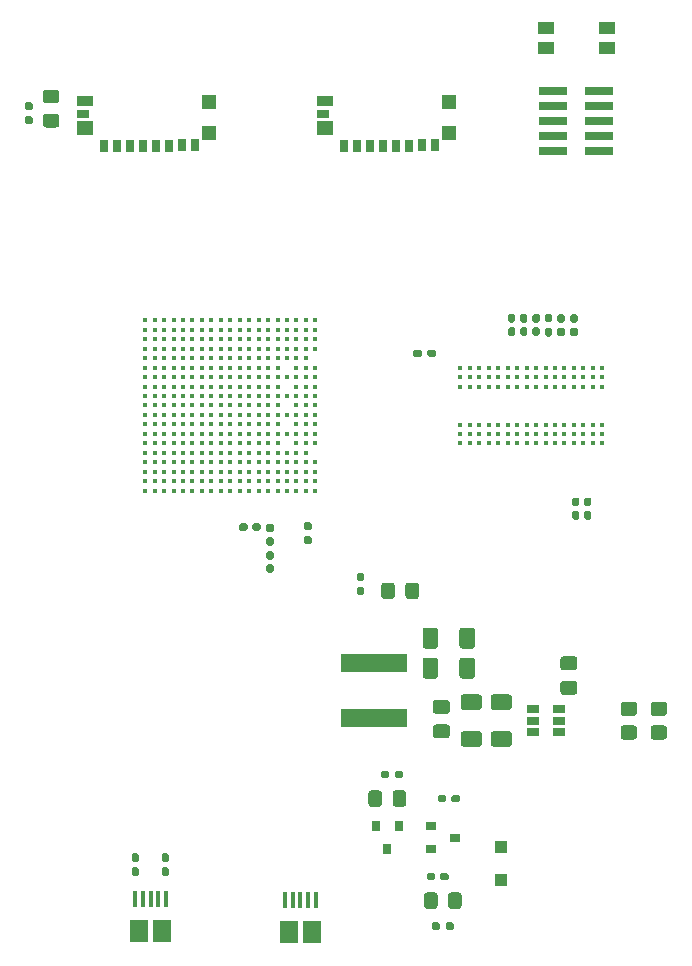
<source format=gbr>
%TF.GenerationSoftware,KiCad,Pcbnew,(5.1.8-0-10_14)*%
%TF.CreationDate,2020-12-08T12:39:33+00:00*%
%TF.ProjectId,STM32MP1_TestBoard,53544d33-324d-4503-915f-54657374426f,rev?*%
%TF.SameCoordinates,Original*%
%TF.FileFunction,Paste,Top*%
%TF.FilePolarity,Positive*%
%FSLAX46Y46*%
G04 Gerber Fmt 4.6, Leading zero omitted, Abs format (unit mm)*
G04 Created by KiCad (PCBNEW (5.1.8-0-10_14)) date 2020-12-08 12:39:33*
%MOMM*%
%LPD*%
G01*
G04 APERTURE LIST*
%ADD10C,0.400000*%
%ADD11R,1.100000X1.100000*%
%ADD12R,1.500000X1.900000*%
%ADD13R,0.400000X1.350000*%
%ADD14R,1.060000X0.650000*%
%ADD15R,0.900000X0.800000*%
%ADD16R,1.450000X1.000000*%
%ADD17R,0.800000X0.900000*%
%ADD18R,5.700000X1.600000*%
%ADD19R,1.000000X0.700000*%
%ADD20R,1.400000X0.900000*%
%ADD21R,1.400000X1.200000*%
%ADD22R,1.200000X1.150000*%
%ADD23R,0.700000X1.000000*%
%ADD24R,2.400000X0.740000*%
G04 APERTURE END LIST*
D10*
%TO.C,U1*%
X167131000Y-110057000D03*
X167131000Y-109257000D03*
X167131000Y-108457000D03*
X167131000Y-107657000D03*
X167131000Y-106057000D03*
X167131000Y-105257000D03*
X167131000Y-104457000D03*
X167131000Y-103657000D03*
X167131000Y-102857000D03*
X167131000Y-102057000D03*
X167131000Y-101257000D03*
X167131000Y-100457000D03*
X167131000Y-99657000D03*
X167131000Y-98057000D03*
X167131000Y-97257000D03*
X167131000Y-96457000D03*
X167131000Y-95657000D03*
X166331000Y-110057000D03*
X166331000Y-109257000D03*
X166331000Y-108457000D03*
X166331000Y-107657000D03*
X166331000Y-106857000D03*
X166331000Y-106057000D03*
X166331000Y-105257000D03*
X166331000Y-104457000D03*
X166331000Y-103657000D03*
X166331000Y-102857000D03*
X166331000Y-102057000D03*
X166331000Y-101257000D03*
X166331000Y-100457000D03*
X166331000Y-99657000D03*
X166331000Y-98857000D03*
X166331000Y-98057000D03*
X166331000Y-97257000D03*
X166331000Y-96457000D03*
X166331000Y-95657000D03*
X165531000Y-110057000D03*
X165531000Y-109257000D03*
X165531000Y-108457000D03*
X165531000Y-107657000D03*
X165531000Y-106857000D03*
X165531000Y-106057000D03*
X165531000Y-105257000D03*
X165531000Y-104457000D03*
X165531000Y-103657000D03*
X165531000Y-102857000D03*
X165531000Y-102057000D03*
X165531000Y-101257000D03*
X165531000Y-100457000D03*
X165531000Y-99657000D03*
X165531000Y-98857000D03*
X165531000Y-98057000D03*
X165531000Y-97257000D03*
X165531000Y-96457000D03*
X165531000Y-95657000D03*
X164731000Y-110057000D03*
X164731000Y-109257000D03*
X164731000Y-108457000D03*
X164731000Y-107657000D03*
X164731000Y-106857000D03*
X164731000Y-105257000D03*
X164731000Y-103657000D03*
X164731000Y-102057000D03*
X164731000Y-100457000D03*
X164731000Y-98857000D03*
X164731000Y-98057000D03*
X164731000Y-97257000D03*
X164731000Y-96457000D03*
X164731000Y-95657000D03*
X163931000Y-110057000D03*
X163931000Y-109257000D03*
X163931000Y-108457000D03*
X163931000Y-107657000D03*
X163931000Y-106857000D03*
X163931000Y-106057000D03*
X163931000Y-105257000D03*
X163931000Y-104457000D03*
X163931000Y-103657000D03*
X163931000Y-102857000D03*
X163931000Y-102057000D03*
X163931000Y-101257000D03*
X163931000Y-100457000D03*
X163931000Y-99657000D03*
X163931000Y-98857000D03*
X163931000Y-98057000D03*
X163931000Y-97257000D03*
X163931000Y-96457000D03*
X163931000Y-95657000D03*
X163131000Y-110057000D03*
X163131000Y-109257000D03*
X163131000Y-108457000D03*
X163131000Y-107657000D03*
X163131000Y-106857000D03*
X163131000Y-106057000D03*
X163131000Y-105257000D03*
X163131000Y-104457000D03*
X163131000Y-103657000D03*
X163131000Y-102857000D03*
X163131000Y-102057000D03*
X163131000Y-101257000D03*
X163131000Y-100457000D03*
X163131000Y-99657000D03*
X163131000Y-98857000D03*
X163131000Y-98057000D03*
X163131000Y-97257000D03*
X163131000Y-96457000D03*
X163131000Y-95657000D03*
X162331000Y-110057000D03*
X162331000Y-109257000D03*
X162331000Y-108457000D03*
X162331000Y-107657000D03*
X162331000Y-106857000D03*
X162331000Y-106057000D03*
X162331000Y-105257000D03*
X162331000Y-104457000D03*
X162331000Y-103657000D03*
X162331000Y-102857000D03*
X162331000Y-102057000D03*
X162331000Y-101257000D03*
X162331000Y-100457000D03*
X162331000Y-99657000D03*
X162331000Y-98857000D03*
X162331000Y-98057000D03*
X162331000Y-97257000D03*
X162331000Y-96457000D03*
X162331000Y-95657000D03*
X161531000Y-110057000D03*
X161531000Y-109257000D03*
X161531000Y-108457000D03*
X161531000Y-107657000D03*
X161531000Y-106857000D03*
X161531000Y-106057000D03*
X161531000Y-105257000D03*
X161531000Y-104457000D03*
X161531000Y-103657000D03*
X161531000Y-102857000D03*
X161531000Y-102057000D03*
X161531000Y-101257000D03*
X161531000Y-100457000D03*
X161531000Y-99657000D03*
X161531000Y-98857000D03*
X161531000Y-98057000D03*
X161531000Y-97257000D03*
X161531000Y-96457000D03*
X161531000Y-95657000D03*
X160731000Y-110057000D03*
X160731000Y-109257000D03*
X160731000Y-108457000D03*
X160731000Y-107657000D03*
X160731000Y-106857000D03*
X160731000Y-106057000D03*
X160731000Y-105257000D03*
X160731000Y-104457000D03*
X160731000Y-103657000D03*
X160731000Y-102857000D03*
X160731000Y-102057000D03*
X160731000Y-101257000D03*
X160731000Y-100457000D03*
X160731000Y-99657000D03*
X160731000Y-98857000D03*
X160731000Y-98057000D03*
X160731000Y-97257000D03*
X160731000Y-96457000D03*
X160731000Y-95657000D03*
X159931000Y-110057000D03*
X159931000Y-109257000D03*
X159931000Y-108457000D03*
X159931000Y-107657000D03*
X159931000Y-106857000D03*
X159931000Y-106057000D03*
X159931000Y-105257000D03*
X159931000Y-104457000D03*
X159931000Y-103657000D03*
X159931000Y-102857000D03*
X159931000Y-102057000D03*
X159931000Y-101257000D03*
X159931000Y-100457000D03*
X159931000Y-99657000D03*
X159931000Y-98857000D03*
X159931000Y-98057000D03*
X159931000Y-97257000D03*
X159931000Y-96457000D03*
X159931000Y-95657000D03*
X159131000Y-110057000D03*
X159131000Y-109257000D03*
X159131000Y-108457000D03*
X159131000Y-107657000D03*
X159131000Y-106857000D03*
X159131000Y-106057000D03*
X159131000Y-105257000D03*
X159131000Y-104457000D03*
X159131000Y-103657000D03*
X159131000Y-102857000D03*
X159131000Y-102057000D03*
X159131000Y-101257000D03*
X159131000Y-100457000D03*
X159131000Y-99657000D03*
X159131000Y-98857000D03*
X159131000Y-98057000D03*
X159131000Y-97257000D03*
X159131000Y-96457000D03*
X159131000Y-95657000D03*
X158331000Y-110057000D03*
X158331000Y-109257000D03*
X158331000Y-108457000D03*
X158331000Y-107657000D03*
X158331000Y-106857000D03*
X158331000Y-106057000D03*
X158331000Y-105257000D03*
X158331000Y-104457000D03*
X158331000Y-103657000D03*
X158331000Y-102857000D03*
X158331000Y-102057000D03*
X158331000Y-101257000D03*
X158331000Y-100457000D03*
X158331000Y-99657000D03*
X158331000Y-98857000D03*
X158331000Y-98057000D03*
X158331000Y-97257000D03*
X158331000Y-96457000D03*
X158331000Y-95657000D03*
X157531000Y-110057000D03*
X157531000Y-109257000D03*
X157531000Y-108457000D03*
X157531000Y-107657000D03*
X157531000Y-106857000D03*
X157531000Y-106057000D03*
X157531000Y-105257000D03*
X157531000Y-104457000D03*
X157531000Y-103657000D03*
X157531000Y-102857000D03*
X157531000Y-102057000D03*
X157531000Y-101257000D03*
X157531000Y-100457000D03*
X157531000Y-99657000D03*
X157531000Y-98857000D03*
X157531000Y-98057000D03*
X157531000Y-97257000D03*
X157531000Y-96457000D03*
X157531000Y-95657000D03*
X156731000Y-110057000D03*
X156731000Y-109257000D03*
X156731000Y-108457000D03*
X156731000Y-107657000D03*
X156731000Y-106857000D03*
X156731000Y-106057000D03*
X156731000Y-105257000D03*
X156731000Y-104457000D03*
X156731000Y-103657000D03*
X156731000Y-102857000D03*
X156731000Y-102057000D03*
X156731000Y-101257000D03*
X156731000Y-100457000D03*
X156731000Y-99657000D03*
X156731000Y-98857000D03*
X156731000Y-98057000D03*
X156731000Y-97257000D03*
X156731000Y-96457000D03*
X156731000Y-95657000D03*
X155931000Y-110057000D03*
X155931000Y-109257000D03*
X155931000Y-108457000D03*
X155931000Y-107657000D03*
X155931000Y-106857000D03*
X155931000Y-106057000D03*
X155931000Y-105257000D03*
X155931000Y-104457000D03*
X155931000Y-103657000D03*
X155931000Y-102857000D03*
X155931000Y-102057000D03*
X155931000Y-101257000D03*
X155931000Y-100457000D03*
X155931000Y-99657000D03*
X155931000Y-98857000D03*
X155931000Y-98057000D03*
X155931000Y-97257000D03*
X155931000Y-96457000D03*
X155931000Y-95657000D03*
X155131000Y-110057000D03*
X155131000Y-109257000D03*
X155131000Y-108457000D03*
X155131000Y-107657000D03*
X155131000Y-106857000D03*
X155131000Y-106057000D03*
X155131000Y-105257000D03*
X155131000Y-104457000D03*
X155131000Y-103657000D03*
X155131000Y-102857000D03*
X155131000Y-102057000D03*
X155131000Y-101257000D03*
X155131000Y-100457000D03*
X155131000Y-99657000D03*
X155131000Y-98857000D03*
X155131000Y-98057000D03*
X155131000Y-97257000D03*
X155131000Y-96457000D03*
X155131000Y-95657000D03*
X154331000Y-110057000D03*
X154331000Y-109257000D03*
X154331000Y-108457000D03*
X154331000Y-107657000D03*
X154331000Y-106857000D03*
X154331000Y-106057000D03*
X154331000Y-105257000D03*
X154331000Y-104457000D03*
X154331000Y-103657000D03*
X154331000Y-102857000D03*
X154331000Y-102057000D03*
X154331000Y-101257000D03*
X154331000Y-100457000D03*
X154331000Y-99657000D03*
X154331000Y-98857000D03*
X154331000Y-98057000D03*
X154331000Y-97257000D03*
X154331000Y-96457000D03*
X154331000Y-95657000D03*
X153531000Y-110057000D03*
X153531000Y-109257000D03*
X153531000Y-108457000D03*
X153531000Y-107657000D03*
X153531000Y-106857000D03*
X153531000Y-106057000D03*
X153531000Y-105257000D03*
X153531000Y-104457000D03*
X153531000Y-103657000D03*
X153531000Y-102857000D03*
X153531000Y-102057000D03*
X153531000Y-101257000D03*
X153531000Y-100457000D03*
X153531000Y-99657000D03*
X153531000Y-98857000D03*
X153531000Y-98057000D03*
X153531000Y-97257000D03*
X153531000Y-96457000D03*
X153531000Y-95657000D03*
X152731000Y-110057000D03*
X152731000Y-109257000D03*
X152731000Y-108457000D03*
X152731000Y-107657000D03*
X152731000Y-106857000D03*
X152731000Y-106057000D03*
X152731000Y-105257000D03*
X152731000Y-104457000D03*
X152731000Y-103657000D03*
X152731000Y-102857000D03*
X152731000Y-102057000D03*
X152731000Y-101257000D03*
X152731000Y-100457000D03*
X152731000Y-99657000D03*
X152731000Y-98857000D03*
X152731000Y-98057000D03*
X152731000Y-97257000D03*
X152731000Y-96457000D03*
X152731000Y-95657000D03*
%TD*%
%TO.C,R20*%
G36*
G01*
X171102000Y-117743000D02*
X170782000Y-117743000D01*
G75*
G02*
X170622000Y-117583000I0J160000D01*
G01*
X170622000Y-117188000D01*
G75*
G02*
X170782000Y-117028000I160000J0D01*
G01*
X171102000Y-117028000D01*
G75*
G02*
X171262000Y-117188000I0J-160000D01*
G01*
X171262000Y-117583000D01*
G75*
G02*
X171102000Y-117743000I-160000J0D01*
G01*
G37*
G36*
G01*
X171102000Y-118938000D02*
X170782000Y-118938000D01*
G75*
G02*
X170622000Y-118778000I0J160000D01*
G01*
X170622000Y-118383000D01*
G75*
G02*
X170782000Y-118223000I160000J0D01*
G01*
X171102000Y-118223000D01*
G75*
G02*
X171262000Y-118383000I0J-160000D01*
G01*
X171262000Y-118778000D01*
G75*
G02*
X171102000Y-118938000I-160000J0D01*
G01*
G37*
%TD*%
%TO.C,R19*%
G36*
G01*
X177687000Y-146779000D02*
X177687000Y-147099000D01*
G75*
G02*
X177527000Y-147259000I-160000J0D01*
G01*
X177132000Y-147259000D01*
G75*
G02*
X176972000Y-147099000I0J160000D01*
G01*
X176972000Y-146779000D01*
G75*
G02*
X177132000Y-146619000I160000J0D01*
G01*
X177527000Y-146619000D01*
G75*
G02*
X177687000Y-146779000I0J-160000D01*
G01*
G37*
G36*
G01*
X178882000Y-146779000D02*
X178882000Y-147099000D01*
G75*
G02*
X178722000Y-147259000I-160000J0D01*
G01*
X178327000Y-147259000D01*
G75*
G02*
X178167000Y-147099000I0J160000D01*
G01*
X178167000Y-146779000D01*
G75*
G02*
X178327000Y-146619000I160000J0D01*
G01*
X178722000Y-146619000D01*
G75*
G02*
X178882000Y-146779000I0J-160000D01*
G01*
G37*
%TD*%
%TO.C,R18*%
G36*
G01*
X173369000Y-133952000D02*
X173369000Y-134272000D01*
G75*
G02*
X173209000Y-134432000I-160000J0D01*
G01*
X172814000Y-134432000D01*
G75*
G02*
X172654000Y-134272000I0J160000D01*
G01*
X172654000Y-133952000D01*
G75*
G02*
X172814000Y-133792000I160000J0D01*
G01*
X173209000Y-133792000D01*
G75*
G02*
X173369000Y-133952000I0J-160000D01*
G01*
G37*
G36*
G01*
X174564000Y-133952000D02*
X174564000Y-134272000D01*
G75*
G02*
X174404000Y-134432000I-160000J0D01*
G01*
X174009000Y-134432000D01*
G75*
G02*
X173849000Y-134272000I0J160000D01*
G01*
X173849000Y-133952000D01*
G75*
G02*
X174009000Y-133792000I160000J0D01*
G01*
X174404000Y-133792000D01*
G75*
G02*
X174564000Y-133952000I0J-160000D01*
G01*
G37*
%TD*%
%TO.C,D5*%
G36*
G01*
X174757500Y-119004501D02*
X174757500Y-118104499D01*
G75*
G02*
X175007499Y-117854500I249999J0D01*
G01*
X175657501Y-117854500D01*
G75*
G02*
X175907500Y-118104499I0J-249999D01*
G01*
X175907500Y-119004501D01*
G75*
G02*
X175657501Y-119254500I-249999J0D01*
G01*
X175007499Y-119254500D01*
G75*
G02*
X174757500Y-119004501I0J249999D01*
G01*
G37*
G36*
G01*
X172707500Y-119004501D02*
X172707500Y-118104499D01*
G75*
G02*
X172957499Y-117854500I249999J0D01*
G01*
X173607501Y-117854500D01*
G75*
G02*
X173857500Y-118104499I0J-249999D01*
G01*
X173857500Y-119004501D01*
G75*
G02*
X173607501Y-119254500I-249999J0D01*
G01*
X172957499Y-119254500D01*
G75*
G02*
X172707500Y-119004501I0J249999D01*
G01*
G37*
%TD*%
%TO.C,D4*%
G36*
G01*
X177477000Y-144329999D02*
X177477000Y-145230001D01*
G75*
G02*
X177227001Y-145480000I-249999J0D01*
G01*
X176576999Y-145480000D01*
G75*
G02*
X176327000Y-145230001I0J249999D01*
G01*
X176327000Y-144329999D01*
G75*
G02*
X176576999Y-144080000I249999J0D01*
G01*
X177227001Y-144080000D01*
G75*
G02*
X177477000Y-144329999I0J-249999D01*
G01*
G37*
G36*
G01*
X179527000Y-144329999D02*
X179527000Y-145230001D01*
G75*
G02*
X179277001Y-145480000I-249999J0D01*
G01*
X178626999Y-145480000D01*
G75*
G02*
X178377000Y-145230001I0J249999D01*
G01*
X178377000Y-144329999D01*
G75*
G02*
X178626999Y-144080000I249999J0D01*
G01*
X179277001Y-144080000D01*
G75*
G02*
X179527000Y-144329999I0J-249999D01*
G01*
G37*
%TD*%
%TO.C,D3*%
G36*
G01*
X172778000Y-135693999D02*
X172778000Y-136594001D01*
G75*
G02*
X172528001Y-136844000I-249999J0D01*
G01*
X171877999Y-136844000D01*
G75*
G02*
X171628000Y-136594001I0J249999D01*
G01*
X171628000Y-135693999D01*
G75*
G02*
X171877999Y-135444000I249999J0D01*
G01*
X172528001Y-135444000D01*
G75*
G02*
X172778000Y-135693999I0J-249999D01*
G01*
G37*
G36*
G01*
X174828000Y-135693999D02*
X174828000Y-136594001D01*
G75*
G02*
X174578001Y-136844000I-249999J0D01*
G01*
X173927999Y-136844000D01*
G75*
G02*
X173678000Y-136594001I0J249999D01*
G01*
X173678000Y-135693999D01*
G75*
G02*
X173927999Y-135444000I249999J0D01*
G01*
X174578001Y-135444000D01*
G75*
G02*
X174828000Y-135693999I0J-249999D01*
G01*
G37*
%TD*%
D11*
%TO.C,D2*%
X182880000Y-143005000D03*
X182880000Y-140205000D03*
%TD*%
%TO.C,C57*%
G36*
G01*
X185981400Y-96972400D02*
X185671400Y-96972400D01*
G75*
G02*
X185516400Y-96817400I0J155000D01*
G01*
X185516400Y-96392400D01*
G75*
G02*
X185671400Y-96237400I155000J0D01*
G01*
X185981400Y-96237400D01*
G75*
G02*
X186136400Y-96392400I0J-155000D01*
G01*
X186136400Y-96817400D01*
G75*
G02*
X185981400Y-96972400I-155000J0D01*
G01*
G37*
G36*
G01*
X185981400Y-95837400D02*
X185671400Y-95837400D01*
G75*
G02*
X185516400Y-95682400I0J155000D01*
G01*
X185516400Y-95257400D01*
G75*
G02*
X185671400Y-95102400I155000J0D01*
G01*
X185981400Y-95102400D01*
G75*
G02*
X186136400Y-95257400I0J-155000D01*
G01*
X186136400Y-95682400D01*
G75*
G02*
X185981400Y-95837400I-155000J0D01*
G01*
G37*
%TD*%
%TO.C,C40*%
G36*
G01*
X189024200Y-110647200D02*
X189334200Y-110647200D01*
G75*
G02*
X189489200Y-110802200I0J-155000D01*
G01*
X189489200Y-111227200D01*
G75*
G02*
X189334200Y-111382200I-155000J0D01*
G01*
X189024200Y-111382200D01*
G75*
G02*
X188869200Y-111227200I0J155000D01*
G01*
X188869200Y-110802200D01*
G75*
G02*
X189024200Y-110647200I155000J0D01*
G01*
G37*
G36*
G01*
X189024200Y-111782200D02*
X189334200Y-111782200D01*
G75*
G02*
X189489200Y-111937200I0J-155000D01*
G01*
X189489200Y-112362200D01*
G75*
G02*
X189334200Y-112517200I-155000J0D01*
G01*
X189024200Y-112517200D01*
G75*
G02*
X188869200Y-112362200I0J155000D01*
G01*
X188869200Y-111937200D01*
G75*
G02*
X189024200Y-111782200I155000J0D01*
G01*
G37*
%TD*%
%TO.C,R15*%
G36*
G01*
X175422600Y-98610400D02*
X175422600Y-98290400D01*
G75*
G02*
X175582600Y-98130400I160000J0D01*
G01*
X175977600Y-98130400D01*
G75*
G02*
X176137600Y-98290400I0J-160000D01*
G01*
X176137600Y-98610400D01*
G75*
G02*
X175977600Y-98770400I-160000J0D01*
G01*
X175582600Y-98770400D01*
G75*
G02*
X175422600Y-98610400I0J160000D01*
G01*
G37*
G36*
G01*
X176617600Y-98610400D02*
X176617600Y-98290400D01*
G75*
G02*
X176777600Y-98130400I160000J0D01*
G01*
X177172600Y-98130400D01*
G75*
G02*
X177332600Y-98290400I0J-160000D01*
G01*
X177332600Y-98610400D01*
G75*
G02*
X177172600Y-98770400I-160000J0D01*
G01*
X176777600Y-98770400D01*
G75*
G02*
X176617600Y-98610400I0J160000D01*
G01*
G37*
%TD*%
%TO.C,C62*%
G36*
G01*
X183898600Y-96972400D02*
X183588600Y-96972400D01*
G75*
G02*
X183433600Y-96817400I0J155000D01*
G01*
X183433600Y-96392400D01*
G75*
G02*
X183588600Y-96237400I155000J0D01*
G01*
X183898600Y-96237400D01*
G75*
G02*
X184053600Y-96392400I0J-155000D01*
G01*
X184053600Y-96817400D01*
G75*
G02*
X183898600Y-96972400I-155000J0D01*
G01*
G37*
G36*
G01*
X183898600Y-95837400D02*
X183588600Y-95837400D01*
G75*
G02*
X183433600Y-95682400I0J155000D01*
G01*
X183433600Y-95257400D01*
G75*
G02*
X183588600Y-95102400I155000J0D01*
G01*
X183898600Y-95102400D01*
G75*
G02*
X184053600Y-95257400I0J-155000D01*
G01*
X184053600Y-95682400D01*
G75*
G02*
X183898600Y-95837400I-155000J0D01*
G01*
G37*
%TD*%
D10*
%TO.C,U2*%
X191420000Y-99670000D03*
X191420000Y-100470000D03*
X191420000Y-101270000D03*
X191420000Y-104470000D03*
X191420000Y-105270000D03*
X191420000Y-106070000D03*
X190620000Y-99670000D03*
X190620000Y-100470000D03*
X190620000Y-101270000D03*
X190620000Y-104470000D03*
X190620000Y-105270000D03*
X190620000Y-106070000D03*
X189820000Y-99670000D03*
X189820000Y-100470000D03*
X189820000Y-101270000D03*
X189820000Y-104470000D03*
X189820000Y-105270000D03*
X189820000Y-106070000D03*
X189020000Y-99670000D03*
X189020000Y-100470000D03*
X189020000Y-101270000D03*
X189020000Y-104470000D03*
X189020000Y-105270000D03*
X189020000Y-106070000D03*
X188220000Y-99670000D03*
X188220000Y-100470000D03*
X188220000Y-101270000D03*
X188220000Y-104470000D03*
X188220000Y-105270000D03*
X188220000Y-106070000D03*
X187420000Y-99670000D03*
X187420000Y-100470000D03*
X187420000Y-101270000D03*
X187420000Y-104470000D03*
X187420000Y-105270000D03*
X187420000Y-106070000D03*
X186620000Y-99670000D03*
X186620000Y-100470000D03*
X186620000Y-101270000D03*
X186620000Y-104470000D03*
X186620000Y-105270000D03*
X186620000Y-106070000D03*
X185820000Y-99670000D03*
X185820000Y-100470000D03*
X185820000Y-101270000D03*
X185820000Y-104470000D03*
X185820000Y-105270000D03*
X185820000Y-106070000D03*
X185020000Y-99670000D03*
X185020000Y-100470000D03*
X185020000Y-101270000D03*
X185020000Y-104470000D03*
X185020000Y-105270000D03*
X185020000Y-106070000D03*
X184220000Y-99670000D03*
X184220000Y-100470000D03*
X184220000Y-101270000D03*
X184220000Y-104470000D03*
X184220000Y-105270000D03*
X184220000Y-106070000D03*
X183420000Y-99670000D03*
X183420000Y-100470000D03*
X183420000Y-101270000D03*
X183420000Y-104470000D03*
X183420000Y-105270000D03*
X183420000Y-106070000D03*
X182620000Y-99670000D03*
X182620000Y-100470000D03*
X182620000Y-101270000D03*
X182620000Y-104470000D03*
X182620000Y-105270000D03*
X182620000Y-106070000D03*
X181820000Y-99670000D03*
X181820000Y-100470000D03*
X181820000Y-101270000D03*
X181820000Y-104470000D03*
X181820000Y-105270000D03*
X181820000Y-106070000D03*
X181020000Y-99670000D03*
X181020000Y-100470000D03*
X181020000Y-101270000D03*
X181020000Y-104470000D03*
X181020000Y-105270000D03*
X181020000Y-106070000D03*
X180220000Y-99670000D03*
X180220000Y-100470000D03*
X180220000Y-101270000D03*
X180220000Y-104470000D03*
X180220000Y-105270000D03*
X180220000Y-106070000D03*
X179420000Y-99670000D03*
X179420000Y-100470000D03*
X179420000Y-101270000D03*
X179420000Y-104470000D03*
X179420000Y-105270000D03*
X179420000Y-106070000D03*
%TD*%
%TO.C,C36*%
G36*
G01*
X189181800Y-96997800D02*
X188871800Y-96997800D01*
G75*
G02*
X188716800Y-96842800I0J155000D01*
G01*
X188716800Y-96417800D01*
G75*
G02*
X188871800Y-96262800I155000J0D01*
G01*
X189181800Y-96262800D01*
G75*
G02*
X189336800Y-96417800I0J-155000D01*
G01*
X189336800Y-96842800D01*
G75*
G02*
X189181800Y-96997800I-155000J0D01*
G01*
G37*
G36*
G01*
X189181800Y-95862800D02*
X188871800Y-95862800D01*
G75*
G02*
X188716800Y-95707800I0J155000D01*
G01*
X188716800Y-95282800D01*
G75*
G02*
X188871800Y-95127800I155000J0D01*
G01*
X189181800Y-95127800D01*
G75*
G02*
X189336800Y-95282800I0J-155000D01*
G01*
X189336800Y-95707800D01*
G75*
G02*
X189181800Y-95862800I-155000J0D01*
G01*
G37*
%TD*%
%TO.C,C52*%
G36*
G01*
X188089600Y-96997800D02*
X187779600Y-96997800D01*
G75*
G02*
X187624600Y-96842800I0J155000D01*
G01*
X187624600Y-96417800D01*
G75*
G02*
X187779600Y-96262800I155000J0D01*
G01*
X188089600Y-96262800D01*
G75*
G02*
X188244600Y-96417800I0J-155000D01*
G01*
X188244600Y-96842800D01*
G75*
G02*
X188089600Y-96997800I-155000J0D01*
G01*
G37*
G36*
G01*
X188089600Y-95862800D02*
X187779600Y-95862800D01*
G75*
G02*
X187624600Y-95707800I0J155000D01*
G01*
X187624600Y-95282800D01*
G75*
G02*
X187779600Y-95127800I155000J0D01*
G01*
X188089600Y-95127800D01*
G75*
G02*
X188244600Y-95282800I0J-155000D01*
G01*
X188244600Y-95707800D01*
G75*
G02*
X188089600Y-95862800I-155000J0D01*
G01*
G37*
%TD*%
%TO.C,C42*%
G36*
G01*
X190040200Y-110647200D02*
X190350200Y-110647200D01*
G75*
G02*
X190505200Y-110802200I0J-155000D01*
G01*
X190505200Y-111227200D01*
G75*
G02*
X190350200Y-111382200I-155000J0D01*
G01*
X190040200Y-111382200D01*
G75*
G02*
X189885200Y-111227200I0J155000D01*
G01*
X189885200Y-110802200D01*
G75*
G02*
X190040200Y-110647200I155000J0D01*
G01*
G37*
G36*
G01*
X190040200Y-111782200D02*
X190350200Y-111782200D01*
G75*
G02*
X190505200Y-111937200I0J-155000D01*
G01*
X190505200Y-112362200D01*
G75*
G02*
X190350200Y-112517200I-155000J0D01*
G01*
X190040200Y-112517200D01*
G75*
G02*
X189885200Y-112362200I0J155000D01*
G01*
X189885200Y-111937200D01*
G75*
G02*
X190040200Y-111782200I155000J0D01*
G01*
G37*
%TD*%
%TO.C,C65*%
G36*
G01*
X184940000Y-96972400D02*
X184630000Y-96972400D01*
G75*
G02*
X184475000Y-96817400I0J155000D01*
G01*
X184475000Y-96392400D01*
G75*
G02*
X184630000Y-96237400I155000J0D01*
G01*
X184940000Y-96237400D01*
G75*
G02*
X185095000Y-96392400I0J-155000D01*
G01*
X185095000Y-96817400D01*
G75*
G02*
X184940000Y-96972400I-155000J0D01*
G01*
G37*
G36*
G01*
X184940000Y-95837400D02*
X184630000Y-95837400D01*
G75*
G02*
X184475000Y-95682400I0J155000D01*
G01*
X184475000Y-95257400D01*
G75*
G02*
X184630000Y-95102400I155000J0D01*
G01*
X184940000Y-95102400D01*
G75*
G02*
X185095000Y-95257400I0J-155000D01*
G01*
X185095000Y-95682400D01*
G75*
G02*
X184940000Y-95837400I-155000J0D01*
G01*
G37*
%TD*%
%TO.C,R52*%
G36*
G01*
X187027800Y-97017800D02*
X186707800Y-97017800D01*
G75*
G02*
X186547800Y-96857800I0J160000D01*
G01*
X186547800Y-96462800D01*
G75*
G02*
X186707800Y-96302800I160000J0D01*
G01*
X187027800Y-96302800D01*
G75*
G02*
X187187800Y-96462800I0J-160000D01*
G01*
X187187800Y-96857800D01*
G75*
G02*
X187027800Y-97017800I-160000J0D01*
G01*
G37*
G36*
G01*
X187027800Y-95822800D02*
X186707800Y-95822800D01*
G75*
G02*
X186547800Y-95662800I0J160000D01*
G01*
X186547800Y-95267800D01*
G75*
G02*
X186707800Y-95107800I160000J0D01*
G01*
X187027800Y-95107800D01*
G75*
G02*
X187187800Y-95267800I0J-160000D01*
G01*
X187187800Y-95662800D01*
G75*
G02*
X187027800Y-95822800I-160000J0D01*
G01*
G37*
%TD*%
%TO.C,R17*%
G36*
G01*
X154272000Y-141972000D02*
X154592000Y-141972000D01*
G75*
G02*
X154752000Y-142132000I0J-160000D01*
G01*
X154752000Y-142527000D01*
G75*
G02*
X154592000Y-142687000I-160000J0D01*
G01*
X154272000Y-142687000D01*
G75*
G02*
X154112000Y-142527000I0J160000D01*
G01*
X154112000Y-142132000D01*
G75*
G02*
X154272000Y-141972000I160000J0D01*
G01*
G37*
G36*
G01*
X154272000Y-140777000D02*
X154592000Y-140777000D01*
G75*
G02*
X154752000Y-140937000I0J-160000D01*
G01*
X154752000Y-141332000D01*
G75*
G02*
X154592000Y-141492000I-160000J0D01*
G01*
X154272000Y-141492000D01*
G75*
G02*
X154112000Y-141332000I0J160000D01*
G01*
X154112000Y-140937000D01*
G75*
G02*
X154272000Y-140777000I160000J0D01*
G01*
G37*
%TD*%
%TO.C,R16*%
G36*
G01*
X151732000Y-141972000D02*
X152052000Y-141972000D01*
G75*
G02*
X152212000Y-142132000I0J-160000D01*
G01*
X152212000Y-142527000D01*
G75*
G02*
X152052000Y-142687000I-160000J0D01*
G01*
X151732000Y-142687000D01*
G75*
G02*
X151572000Y-142527000I0J160000D01*
G01*
X151572000Y-142132000D01*
G75*
G02*
X151732000Y-141972000I160000J0D01*
G01*
G37*
G36*
G01*
X151732000Y-140777000D02*
X152052000Y-140777000D01*
G75*
G02*
X152212000Y-140937000I0J-160000D01*
G01*
X152212000Y-141332000D01*
G75*
G02*
X152052000Y-141492000I-160000J0D01*
G01*
X151732000Y-141492000D01*
G75*
G02*
X151572000Y-141332000I0J160000D01*
G01*
X151572000Y-140937000D01*
G75*
G02*
X151732000Y-140777000I160000J0D01*
G01*
G37*
%TD*%
D12*
%TO.C,J8*%
X152187400Y-147338300D03*
D13*
X153187400Y-144638300D03*
X153837400Y-144638300D03*
X154487400Y-144638300D03*
X151887400Y-144638300D03*
X152537400Y-144638300D03*
D12*
X154187400Y-147338300D03*
%TD*%
%TO.C,C68*%
G36*
G01*
X163141600Y-112857000D02*
X163451600Y-112857000D01*
G75*
G02*
X163606600Y-113012000I0J-155000D01*
G01*
X163606600Y-113437000D01*
G75*
G02*
X163451600Y-113592000I-155000J0D01*
G01*
X163141600Y-113592000D01*
G75*
G02*
X162986600Y-113437000I0J155000D01*
G01*
X162986600Y-113012000D01*
G75*
G02*
X163141600Y-112857000I155000J0D01*
G01*
G37*
G36*
G01*
X163141600Y-113992000D02*
X163451600Y-113992000D01*
G75*
G02*
X163606600Y-114147000I0J-155000D01*
G01*
X163606600Y-114572000D01*
G75*
G02*
X163451600Y-114727000I-155000J0D01*
G01*
X163141600Y-114727000D01*
G75*
G02*
X162986600Y-114572000I0J155000D01*
G01*
X162986600Y-114147000D01*
G75*
G02*
X163141600Y-113992000I155000J0D01*
G01*
G37*
%TD*%
%TO.C,C9*%
G36*
G01*
X162529800Y-113002000D02*
X162529800Y-113312000D01*
G75*
G02*
X162374800Y-113467000I-155000J0D01*
G01*
X161949800Y-113467000D01*
G75*
G02*
X161794800Y-113312000I0J155000D01*
G01*
X161794800Y-113002000D01*
G75*
G02*
X161949800Y-112847000I155000J0D01*
G01*
X162374800Y-112847000D01*
G75*
G02*
X162529800Y-113002000I0J-155000D01*
G01*
G37*
G36*
G01*
X161394800Y-113002000D02*
X161394800Y-113312000D01*
G75*
G02*
X161239800Y-113467000I-155000J0D01*
G01*
X160814800Y-113467000D01*
G75*
G02*
X160659800Y-113312000I0J155000D01*
G01*
X160659800Y-113002000D01*
G75*
G02*
X160814800Y-112847000I155000J0D01*
G01*
X161239800Y-112847000D01*
G75*
G02*
X161394800Y-113002000I0J-155000D01*
G01*
G37*
%TD*%
%TO.C,C17*%
G36*
G01*
X163451600Y-117038400D02*
X163141600Y-117038400D01*
G75*
G02*
X162986600Y-116883400I0J155000D01*
G01*
X162986600Y-116458400D01*
G75*
G02*
X163141600Y-116303400I155000J0D01*
G01*
X163451600Y-116303400D01*
G75*
G02*
X163606600Y-116458400I0J-155000D01*
G01*
X163606600Y-116883400D01*
G75*
G02*
X163451600Y-117038400I-155000J0D01*
G01*
G37*
G36*
G01*
X163451600Y-115903400D02*
X163141600Y-115903400D01*
G75*
G02*
X162986600Y-115748400I0J155000D01*
G01*
X162986600Y-115323400D01*
G75*
G02*
X163141600Y-115168400I155000J0D01*
G01*
X163451600Y-115168400D01*
G75*
G02*
X163606600Y-115323400I0J-155000D01*
G01*
X163606600Y-115748400D01*
G75*
G02*
X163451600Y-115903400I-155000J0D01*
G01*
G37*
%TD*%
%TO.C,C5*%
G36*
G01*
X180990002Y-128640000D02*
X179689998Y-128640000D01*
G75*
G02*
X179440000Y-128390002I0J249998D01*
G01*
X179440000Y-127564998D01*
G75*
G02*
X179689998Y-127315000I249998J0D01*
G01*
X180990002Y-127315000D01*
G75*
G02*
X181240000Y-127564998I0J-249998D01*
G01*
X181240000Y-128390002D01*
G75*
G02*
X180990002Y-128640000I-249998J0D01*
G01*
G37*
G36*
G01*
X180990002Y-131765000D02*
X179689998Y-131765000D01*
G75*
G02*
X179440000Y-131515002I0J249998D01*
G01*
X179440000Y-130689998D01*
G75*
G02*
X179689998Y-130440000I249998J0D01*
G01*
X180990002Y-130440000D01*
G75*
G02*
X181240000Y-130689998I0J-249998D01*
G01*
X181240000Y-131515002D01*
G75*
G02*
X180990002Y-131765000I-249998J0D01*
G01*
G37*
%TD*%
D14*
%TO.C,U4*%
X187790000Y-129540000D03*
X187790000Y-128590000D03*
X187790000Y-130490000D03*
X185590000Y-130490000D03*
X185590000Y-129540000D03*
X185590000Y-128590000D03*
%TD*%
D15*
%TO.C,U3*%
X178927000Y-139446000D03*
X176927000Y-140396000D03*
X176927000Y-138496000D03*
%TD*%
D16*
%TO.C,SW2*%
X191805000Y-70930400D03*
X186655000Y-70930400D03*
X186655000Y-72630400D03*
X191805000Y-72630400D03*
%TD*%
%TO.C,R9*%
G36*
G01*
X142715000Y-78345000D02*
X143035000Y-78345000D01*
G75*
G02*
X143195000Y-78505000I0J-160000D01*
G01*
X143195000Y-78900000D01*
G75*
G02*
X143035000Y-79060000I-160000J0D01*
G01*
X142715000Y-79060000D01*
G75*
G02*
X142555000Y-78900000I0J160000D01*
G01*
X142555000Y-78505000D01*
G75*
G02*
X142715000Y-78345000I160000J0D01*
G01*
G37*
G36*
G01*
X142715000Y-77150000D02*
X143035000Y-77150000D01*
G75*
G02*
X143195000Y-77310000I0J-160000D01*
G01*
X143195000Y-77705000D01*
G75*
G02*
X143035000Y-77865000I-160000J0D01*
G01*
X142715000Y-77865000D01*
G75*
G02*
X142555000Y-77705000I0J160000D01*
G01*
X142555000Y-77310000D01*
G75*
G02*
X142715000Y-77150000I160000J0D01*
G01*
G37*
%TD*%
%TO.C,R8*%
G36*
G01*
X166657000Y-113425000D02*
X166337000Y-113425000D01*
G75*
G02*
X166177000Y-113265000I0J160000D01*
G01*
X166177000Y-112870000D01*
G75*
G02*
X166337000Y-112710000I160000J0D01*
G01*
X166657000Y-112710000D01*
G75*
G02*
X166817000Y-112870000I0J-160000D01*
G01*
X166817000Y-113265000D01*
G75*
G02*
X166657000Y-113425000I-160000J0D01*
G01*
G37*
G36*
G01*
X166657000Y-114620000D02*
X166337000Y-114620000D01*
G75*
G02*
X166177000Y-114460000I0J160000D01*
G01*
X166177000Y-114065000D01*
G75*
G02*
X166337000Y-113905000I160000J0D01*
G01*
X166657000Y-113905000D01*
G75*
G02*
X166817000Y-114065000I0J-160000D01*
G01*
X166817000Y-114460000D01*
G75*
G02*
X166657000Y-114620000I-160000J0D01*
G01*
G37*
%TD*%
%TO.C,R4*%
G36*
G01*
X194125001Y-129140000D02*
X193224999Y-129140000D01*
G75*
G02*
X192975000Y-128890001I0J249999D01*
G01*
X192975000Y-128189999D01*
G75*
G02*
X193224999Y-127940000I249999J0D01*
G01*
X194125001Y-127940000D01*
G75*
G02*
X194375000Y-128189999I0J-249999D01*
G01*
X194375000Y-128890001D01*
G75*
G02*
X194125001Y-129140000I-249999J0D01*
G01*
G37*
G36*
G01*
X194125001Y-131140000D02*
X193224999Y-131140000D01*
G75*
G02*
X192975000Y-130890001I0J249999D01*
G01*
X192975000Y-130189999D01*
G75*
G02*
X193224999Y-129940000I249999J0D01*
G01*
X194125001Y-129940000D01*
G75*
G02*
X194375000Y-130189999I0J-249999D01*
G01*
X194375000Y-130890001D01*
G75*
G02*
X194125001Y-131140000I-249999J0D01*
G01*
G37*
%TD*%
%TO.C,R3*%
G36*
G01*
X195764999Y-129940000D02*
X196665001Y-129940000D01*
G75*
G02*
X196915000Y-130189999I0J-249999D01*
G01*
X196915000Y-130890001D01*
G75*
G02*
X196665001Y-131140000I-249999J0D01*
G01*
X195764999Y-131140000D01*
G75*
G02*
X195515000Y-130890001I0J249999D01*
G01*
X195515000Y-130189999D01*
G75*
G02*
X195764999Y-129940000I249999J0D01*
G01*
G37*
G36*
G01*
X195764999Y-127940000D02*
X196665001Y-127940000D01*
G75*
G02*
X196915000Y-128189999I0J-249999D01*
G01*
X196915000Y-128890001D01*
G75*
G02*
X196665001Y-129140000I-249999J0D01*
G01*
X195764999Y-129140000D01*
G75*
G02*
X195515000Y-128890001I0J249999D01*
G01*
X195515000Y-128189999D01*
G75*
G02*
X195764999Y-127940000I249999J0D01*
G01*
G37*
%TD*%
D17*
%TO.C,Q1*%
X173228000Y-140446000D03*
X172278000Y-138446000D03*
X174178000Y-138446000D03*
%TD*%
D18*
%TO.C,L2*%
X172085000Y-124650000D03*
X172085000Y-129350000D03*
%TD*%
D12*
%TO.C,J14*%
X164862000Y-147414500D03*
D13*
X165862000Y-144714500D03*
X166512000Y-144714500D03*
X167162000Y-144714500D03*
X164562000Y-144714500D03*
X165212000Y-144714500D03*
D12*
X166862000Y-147414500D03*
%TD*%
D19*
%TO.C,J13*%
X147421600Y-78181200D03*
D20*
X147624800Y-77038200D03*
D21*
X147624800Y-79324200D03*
D22*
X158089600Y-77190600D03*
X158089600Y-79806800D03*
D23*
X156946600Y-80835500D03*
X155841700Y-80835500D03*
X154736800Y-80848200D03*
X153631900Y-80848200D03*
X152539700Y-80848200D03*
X151434800Y-80848200D03*
X150329900Y-80848200D03*
X149237700Y-80848200D03*
%TD*%
D19*
%TO.C,J12*%
X167741600Y-78181200D03*
D20*
X167944800Y-77038200D03*
D21*
X167944800Y-79324200D03*
D22*
X178409600Y-77190600D03*
X178409600Y-79806800D03*
D23*
X177266600Y-80835500D03*
X176161700Y-80835500D03*
X175056800Y-80848200D03*
X173951900Y-80848200D03*
X172859700Y-80848200D03*
X171754800Y-80848200D03*
X170649900Y-80848200D03*
X169557700Y-80848200D03*
%TD*%
D24*
%TO.C,J6*%
X187280000Y-76200000D03*
X191180000Y-76200000D03*
X187280000Y-77470000D03*
X191180000Y-77470000D03*
X187280000Y-78740000D03*
X191180000Y-78740000D03*
X187280000Y-80010000D03*
X191180000Y-80010000D03*
X187280000Y-81280000D03*
X191180000Y-81280000D03*
%TD*%
%TO.C,D1*%
G36*
G01*
X145204601Y-77274000D02*
X144304599Y-77274000D01*
G75*
G02*
X144054600Y-77024001I0J249999D01*
G01*
X144054600Y-76373999D01*
G75*
G02*
X144304599Y-76124000I249999J0D01*
G01*
X145204601Y-76124000D01*
G75*
G02*
X145454600Y-76373999I0J-249999D01*
G01*
X145454600Y-77024001D01*
G75*
G02*
X145204601Y-77274000I-249999J0D01*
G01*
G37*
G36*
G01*
X145204601Y-79324000D02*
X144304599Y-79324000D01*
G75*
G02*
X144054600Y-79074001I0J249999D01*
G01*
X144054600Y-78423999D01*
G75*
G02*
X144304599Y-78174000I249999J0D01*
G01*
X145204601Y-78174000D01*
G75*
G02*
X145454600Y-78423999I0J-249999D01*
G01*
X145454600Y-79074001D01*
G75*
G02*
X145204601Y-79324000I-249999J0D01*
G01*
G37*
%TD*%
%TO.C,C10*%
G36*
G01*
X179335000Y-125745002D02*
X179335000Y-124444998D01*
G75*
G02*
X179584998Y-124195000I249998J0D01*
G01*
X180410002Y-124195000D01*
G75*
G02*
X180660000Y-124444998I0J-249998D01*
G01*
X180660000Y-125745002D01*
G75*
G02*
X180410002Y-125995000I-249998J0D01*
G01*
X179584998Y-125995000D01*
G75*
G02*
X179335000Y-125745002I0J249998D01*
G01*
G37*
G36*
G01*
X176210000Y-125745002D02*
X176210000Y-124444998D01*
G75*
G02*
X176459998Y-124195000I249998J0D01*
G01*
X177285002Y-124195000D01*
G75*
G02*
X177535000Y-124444998I0J-249998D01*
G01*
X177535000Y-125745002D01*
G75*
G02*
X177285002Y-125995000I-249998J0D01*
G01*
X176459998Y-125995000D01*
G75*
G02*
X176210000Y-125745002I0J249998D01*
G01*
G37*
%TD*%
%TO.C,C8*%
G36*
G01*
X179335000Y-123205002D02*
X179335000Y-121904998D01*
G75*
G02*
X179584998Y-121655000I249998J0D01*
G01*
X180410002Y-121655000D01*
G75*
G02*
X180660000Y-121904998I0J-249998D01*
G01*
X180660000Y-123205002D01*
G75*
G02*
X180410002Y-123455000I-249998J0D01*
G01*
X179584998Y-123455000D01*
G75*
G02*
X179335000Y-123205002I0J249998D01*
G01*
G37*
G36*
G01*
X176210000Y-123205002D02*
X176210000Y-121904998D01*
G75*
G02*
X176459998Y-121655000I249998J0D01*
G01*
X177285002Y-121655000D01*
G75*
G02*
X177535000Y-121904998I0J-249998D01*
G01*
X177535000Y-123205002D01*
G75*
G02*
X177285002Y-123455000I-249998J0D01*
G01*
X176459998Y-123455000D01*
G75*
G02*
X176210000Y-123205002I0J249998D01*
G01*
G37*
%TD*%
%TO.C,C6*%
G36*
G01*
X178275000Y-128963000D02*
X177325000Y-128963000D01*
G75*
G02*
X177075000Y-128713000I0J250000D01*
G01*
X177075000Y-128038000D01*
G75*
G02*
X177325000Y-127788000I250000J0D01*
G01*
X178275000Y-127788000D01*
G75*
G02*
X178525000Y-128038000I0J-250000D01*
G01*
X178525000Y-128713000D01*
G75*
G02*
X178275000Y-128963000I-250000J0D01*
G01*
G37*
G36*
G01*
X178275000Y-131038000D02*
X177325000Y-131038000D01*
G75*
G02*
X177075000Y-130788000I0J250000D01*
G01*
X177075000Y-130113000D01*
G75*
G02*
X177325000Y-129863000I250000J0D01*
G01*
X178275000Y-129863000D01*
G75*
G02*
X178525000Y-130113000I0J-250000D01*
G01*
X178525000Y-130788000D01*
G75*
G02*
X178275000Y-131038000I-250000J0D01*
G01*
G37*
%TD*%
%TO.C,C4*%
G36*
G01*
X188120000Y-126180000D02*
X189070000Y-126180000D01*
G75*
G02*
X189320000Y-126430000I0J-250000D01*
G01*
X189320000Y-127105000D01*
G75*
G02*
X189070000Y-127355000I-250000J0D01*
G01*
X188120000Y-127355000D01*
G75*
G02*
X187870000Y-127105000I0J250000D01*
G01*
X187870000Y-126430000D01*
G75*
G02*
X188120000Y-126180000I250000J0D01*
G01*
G37*
G36*
G01*
X188120000Y-124105000D02*
X189070000Y-124105000D01*
G75*
G02*
X189320000Y-124355000I0J-250000D01*
G01*
X189320000Y-125030000D01*
G75*
G02*
X189070000Y-125280000I-250000J0D01*
G01*
X188120000Y-125280000D01*
G75*
G02*
X187870000Y-125030000I0J250000D01*
G01*
X187870000Y-124355000D01*
G75*
G02*
X188120000Y-124105000I250000J0D01*
G01*
G37*
%TD*%
%TO.C,C3*%
G36*
G01*
X177682500Y-142903000D02*
X177682500Y-142593000D01*
G75*
G02*
X177837500Y-142438000I155000J0D01*
G01*
X178262500Y-142438000D01*
G75*
G02*
X178417500Y-142593000I0J-155000D01*
G01*
X178417500Y-142903000D01*
G75*
G02*
X178262500Y-143058000I-155000J0D01*
G01*
X177837500Y-143058000D01*
G75*
G02*
X177682500Y-142903000I0J155000D01*
G01*
G37*
G36*
G01*
X176547500Y-142903000D02*
X176547500Y-142593000D01*
G75*
G02*
X176702500Y-142438000I155000J0D01*
G01*
X177127500Y-142438000D01*
G75*
G02*
X177282500Y-142593000I0J-155000D01*
G01*
X177282500Y-142903000D01*
G75*
G02*
X177127500Y-143058000I-155000J0D01*
G01*
X176702500Y-143058000D01*
G75*
G02*
X176547500Y-142903000I0J155000D01*
G01*
G37*
%TD*%
%TO.C,C2*%
G36*
G01*
X183530002Y-128640000D02*
X182229998Y-128640000D01*
G75*
G02*
X181980000Y-128390002I0J249998D01*
G01*
X181980000Y-127564998D01*
G75*
G02*
X182229998Y-127315000I249998J0D01*
G01*
X183530002Y-127315000D01*
G75*
G02*
X183780000Y-127564998I0J-249998D01*
G01*
X183780000Y-128390002D01*
G75*
G02*
X183530002Y-128640000I-249998J0D01*
G01*
G37*
G36*
G01*
X183530002Y-131765000D02*
X182229998Y-131765000D01*
G75*
G02*
X181980000Y-131515002I0J249998D01*
G01*
X181980000Y-130689998D01*
G75*
G02*
X182229998Y-130440000I249998J0D01*
G01*
X183530002Y-130440000D01*
G75*
G02*
X183780000Y-130689998I0J-249998D01*
G01*
X183780000Y-131515002D01*
G75*
G02*
X183530002Y-131765000I-249998J0D01*
G01*
G37*
%TD*%
%TO.C,C1*%
G36*
G01*
X178235000Y-135989000D02*
X178235000Y-136299000D01*
G75*
G02*
X178080000Y-136454000I-155000J0D01*
G01*
X177655000Y-136454000D01*
G75*
G02*
X177500000Y-136299000I0J155000D01*
G01*
X177500000Y-135989000D01*
G75*
G02*
X177655000Y-135834000I155000J0D01*
G01*
X178080000Y-135834000D01*
G75*
G02*
X178235000Y-135989000I0J-155000D01*
G01*
G37*
G36*
G01*
X179370000Y-135989000D02*
X179370000Y-136299000D01*
G75*
G02*
X179215000Y-136454000I-155000J0D01*
G01*
X178790000Y-136454000D01*
G75*
G02*
X178635000Y-136299000I0J155000D01*
G01*
X178635000Y-135989000D01*
G75*
G02*
X178790000Y-135834000I155000J0D01*
G01*
X179215000Y-135834000D01*
G75*
G02*
X179370000Y-135989000I0J-155000D01*
G01*
G37*
%TD*%
M02*

</source>
